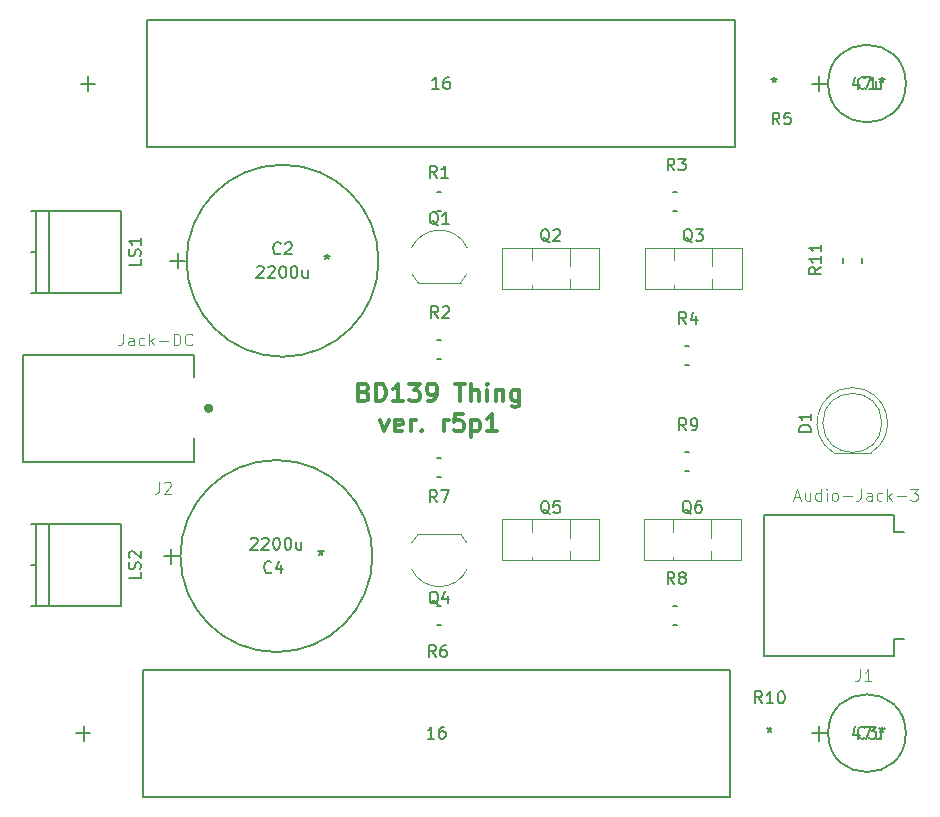
<source format=gto>
G04 #@! TF.FileFunction,Legend,Top*
%FSLAX46Y46*%
G04 Gerber Fmt 4.6, Leading zero omitted, Abs format (unit mm)*
G04 Created by KiCad (PCBNEW 4.0.7+dfsg1-1ubuntu2) date Thu Jul 25 19:08:58 2019*
%MOMM*%
%LPD*%
G01*
G04 APERTURE LIST*
%ADD10C,0.100000*%
%ADD11C,0.300000*%
%ADD12C,0.152400*%
%ADD13C,0.120000*%
%ADD14C,0.150000*%
%ADD15C,0.127000*%
%ADD16C,0.400000*%
%ADD17C,0.050000*%
G04 APERTURE END LIST*
D10*
D11*
X58678572Y-56117857D02*
X58892858Y-56189286D01*
X58964286Y-56260714D01*
X59035715Y-56403571D01*
X59035715Y-56617857D01*
X58964286Y-56760714D01*
X58892858Y-56832143D01*
X58750000Y-56903571D01*
X58178572Y-56903571D01*
X58178572Y-55403571D01*
X58678572Y-55403571D01*
X58821429Y-55475000D01*
X58892858Y-55546429D01*
X58964286Y-55689286D01*
X58964286Y-55832143D01*
X58892858Y-55975000D01*
X58821429Y-56046429D01*
X58678572Y-56117857D01*
X58178572Y-56117857D01*
X59678572Y-56903571D02*
X59678572Y-55403571D01*
X60035715Y-55403571D01*
X60250000Y-55475000D01*
X60392858Y-55617857D01*
X60464286Y-55760714D01*
X60535715Y-56046429D01*
X60535715Y-56260714D01*
X60464286Y-56546429D01*
X60392858Y-56689286D01*
X60250000Y-56832143D01*
X60035715Y-56903571D01*
X59678572Y-56903571D01*
X61964286Y-56903571D02*
X61107143Y-56903571D01*
X61535715Y-56903571D02*
X61535715Y-55403571D01*
X61392858Y-55617857D01*
X61250000Y-55760714D01*
X61107143Y-55832143D01*
X62464286Y-55403571D02*
X63392857Y-55403571D01*
X62892857Y-55975000D01*
X63107143Y-55975000D01*
X63250000Y-56046429D01*
X63321429Y-56117857D01*
X63392857Y-56260714D01*
X63392857Y-56617857D01*
X63321429Y-56760714D01*
X63250000Y-56832143D01*
X63107143Y-56903571D01*
X62678571Y-56903571D01*
X62535714Y-56832143D01*
X62464286Y-56760714D01*
X64107142Y-56903571D02*
X64392857Y-56903571D01*
X64535714Y-56832143D01*
X64607142Y-56760714D01*
X64750000Y-56546429D01*
X64821428Y-56260714D01*
X64821428Y-55689286D01*
X64750000Y-55546429D01*
X64678571Y-55475000D01*
X64535714Y-55403571D01*
X64250000Y-55403571D01*
X64107142Y-55475000D01*
X64035714Y-55546429D01*
X63964285Y-55689286D01*
X63964285Y-56046429D01*
X64035714Y-56189286D01*
X64107142Y-56260714D01*
X64250000Y-56332143D01*
X64535714Y-56332143D01*
X64678571Y-56260714D01*
X64750000Y-56189286D01*
X64821428Y-56046429D01*
X66392856Y-55403571D02*
X67249999Y-55403571D01*
X66821428Y-56903571D02*
X66821428Y-55403571D01*
X67749999Y-56903571D02*
X67749999Y-55403571D01*
X68392856Y-56903571D02*
X68392856Y-56117857D01*
X68321427Y-55975000D01*
X68178570Y-55903571D01*
X67964285Y-55903571D01*
X67821427Y-55975000D01*
X67749999Y-56046429D01*
X69107142Y-56903571D02*
X69107142Y-55903571D01*
X69107142Y-55403571D02*
X69035713Y-55475000D01*
X69107142Y-55546429D01*
X69178570Y-55475000D01*
X69107142Y-55403571D01*
X69107142Y-55546429D01*
X69821428Y-55903571D02*
X69821428Y-56903571D01*
X69821428Y-56046429D02*
X69892856Y-55975000D01*
X70035714Y-55903571D01*
X70249999Y-55903571D01*
X70392856Y-55975000D01*
X70464285Y-56117857D01*
X70464285Y-56903571D01*
X71821428Y-55903571D02*
X71821428Y-57117857D01*
X71749999Y-57260714D01*
X71678571Y-57332143D01*
X71535714Y-57403571D01*
X71321428Y-57403571D01*
X71178571Y-57332143D01*
X71821428Y-56832143D02*
X71678571Y-56903571D01*
X71392857Y-56903571D01*
X71249999Y-56832143D01*
X71178571Y-56760714D01*
X71107142Y-56617857D01*
X71107142Y-56189286D01*
X71178571Y-56046429D01*
X71249999Y-55975000D01*
X71392857Y-55903571D01*
X71678571Y-55903571D01*
X71821428Y-55975000D01*
X60035716Y-58453571D02*
X60392859Y-59453571D01*
X60750001Y-58453571D01*
X61892858Y-59382143D02*
X61750001Y-59453571D01*
X61464287Y-59453571D01*
X61321430Y-59382143D01*
X61250001Y-59239286D01*
X61250001Y-58667857D01*
X61321430Y-58525000D01*
X61464287Y-58453571D01*
X61750001Y-58453571D01*
X61892858Y-58525000D01*
X61964287Y-58667857D01*
X61964287Y-58810714D01*
X61250001Y-58953571D01*
X62607144Y-59453571D02*
X62607144Y-58453571D01*
X62607144Y-58739286D02*
X62678572Y-58596429D01*
X62750001Y-58525000D01*
X62892858Y-58453571D01*
X63035715Y-58453571D01*
X63535715Y-59310714D02*
X63607143Y-59382143D01*
X63535715Y-59453571D01*
X63464286Y-59382143D01*
X63535715Y-59310714D01*
X63535715Y-59453571D01*
X65392858Y-59453571D02*
X65392858Y-58453571D01*
X65392858Y-58739286D02*
X65464286Y-58596429D01*
X65535715Y-58525000D01*
X65678572Y-58453571D01*
X65821429Y-58453571D01*
X67035715Y-57953571D02*
X66321429Y-57953571D01*
X66250000Y-58667857D01*
X66321429Y-58596429D01*
X66464286Y-58525000D01*
X66821429Y-58525000D01*
X66964286Y-58596429D01*
X67035715Y-58667857D01*
X67107143Y-58810714D01*
X67107143Y-59167857D01*
X67035715Y-59310714D01*
X66964286Y-59382143D01*
X66821429Y-59453571D01*
X66464286Y-59453571D01*
X66321429Y-59382143D01*
X66250000Y-59310714D01*
X67750000Y-58453571D02*
X67750000Y-59953571D01*
X67750000Y-58525000D02*
X67892857Y-58453571D01*
X68178571Y-58453571D01*
X68321428Y-58525000D01*
X68392857Y-58596429D01*
X68464286Y-58739286D01*
X68464286Y-59167857D01*
X68392857Y-59310714D01*
X68321428Y-59382143D01*
X68178571Y-59453571D01*
X67892857Y-59453571D01*
X67750000Y-59382143D01*
X69892857Y-59453571D02*
X69035714Y-59453571D01*
X69464286Y-59453571D02*
X69464286Y-57953571D01*
X69321429Y-58167857D01*
X69178571Y-58310714D01*
X69035714Y-58382143D01*
D12*
X34275200Y-85000000D02*
X35466460Y-85000000D01*
X34910200Y-84365000D02*
X34910200Y-85635000D01*
X39926700Y-90372100D02*
X89685300Y-90372100D01*
X89685300Y-90372100D02*
X89685300Y-79627900D01*
X89685300Y-79627900D02*
X39926700Y-79627900D01*
X39926700Y-79627900D02*
X39926700Y-90372100D01*
X42234200Y-45000000D02*
X43504200Y-45000000D01*
X42869200Y-44365000D02*
X42869200Y-45635000D01*
X59887200Y-45000000D02*
G75*
G03X59887200Y-45000000I-8128000J0D01*
G01*
X96556400Y-85000000D02*
X97826400Y-85000000D01*
X97191400Y-84365000D02*
X97191400Y-85635000D01*
X104532000Y-85000000D02*
G75*
G03X104532000Y-85000000I-3289300J0D01*
G01*
X41715800Y-70000000D02*
X42985800Y-70000000D01*
X42350800Y-69365000D02*
X42350800Y-70635000D01*
X59368800Y-70000000D02*
G75*
G03X59368800Y-70000000I-8128000J0D01*
G01*
X96556400Y-30000000D02*
X97826400Y-30000000D01*
X97191400Y-29365000D02*
X97191400Y-30635000D01*
X104532000Y-30000000D02*
G75*
G03X104532000Y-30000000I-3289300J0D01*
G01*
X34663200Y-30000000D02*
X35854460Y-30000000D01*
X35298200Y-29365000D02*
X35298200Y-30635000D01*
X40314700Y-35372100D02*
X90073300Y-35372100D01*
X90073300Y-35372100D02*
X90073300Y-24627900D01*
X90073300Y-24627900D02*
X40314700Y-24627900D01*
X40314700Y-24627900D02*
X40314700Y-35372100D01*
D13*
X66840000Y-68150000D02*
X63240000Y-68150000D01*
X67364184Y-68877205D02*
G75*
G03X66840000Y-68150000I-2324184J-1122795D01*
G01*
X67396400Y-71098807D02*
G75*
G02X65040000Y-72600000I-2356400J1098807D01*
G01*
X62683600Y-71098807D02*
G75*
G03X65040000Y-72600000I2356400J1098807D01*
G01*
X62715816Y-68877205D02*
G75*
G02X63240000Y-68150000I2324184J-1122795D01*
G01*
X63240000Y-46850000D02*
X66840000Y-46850000D01*
X62715816Y-46122795D02*
G75*
G03X63240000Y-46850000I2324184J1122795D01*
G01*
X62683600Y-43901193D02*
G75*
G02X65040000Y-42400000I2356400J-1098807D01*
G01*
X67396400Y-43901193D02*
G75*
G03X65040000Y-42400000I-2356400J-1098807D01*
G01*
X67364184Y-46122795D02*
G75*
G02X66840000Y-46850000I-2324184J1122795D01*
G01*
X70340000Y-66880000D02*
X78580000Y-66880000D01*
X70340000Y-70370000D02*
X78580000Y-70370000D01*
X70340000Y-66880000D02*
X70340000Y-70370000D01*
X78580000Y-66880000D02*
X78580000Y-70370000D01*
X72860000Y-66880000D02*
X72860000Y-67950000D01*
X72860000Y-70050000D02*
X72860000Y-70370000D01*
X76061000Y-66880000D02*
X76061000Y-68460000D01*
X76061000Y-69540000D02*
X76061000Y-70370000D01*
X70340000Y-43880000D02*
X78580000Y-43880000D01*
X70340000Y-47370000D02*
X78580000Y-47370000D01*
X70340000Y-43880000D02*
X70340000Y-47370000D01*
X78580000Y-43880000D02*
X78580000Y-47370000D01*
X72860000Y-43880000D02*
X72860000Y-44950000D01*
X72860000Y-47050000D02*
X72860000Y-47370000D01*
X76061000Y-43880000D02*
X76061000Y-45460000D01*
X76061000Y-46540000D02*
X76061000Y-47370000D01*
X82420000Y-43880000D02*
X90660000Y-43880000D01*
X82420000Y-47370000D02*
X90660000Y-47370000D01*
X82420000Y-43880000D02*
X82420000Y-47370000D01*
X90660000Y-43880000D02*
X90660000Y-47370000D01*
X84940000Y-43880000D02*
X84940000Y-44950000D01*
X84940000Y-47050000D02*
X84940000Y-47370000D01*
X88141000Y-43880000D02*
X88141000Y-45460000D01*
X88141000Y-46540000D02*
X88141000Y-47370000D01*
X82340000Y-66880000D02*
X90580000Y-66880000D01*
X82340000Y-70370000D02*
X90580000Y-70370000D01*
X82340000Y-66880000D02*
X82340000Y-70370000D01*
X90580000Y-66880000D02*
X90580000Y-70370000D01*
X84860000Y-66880000D02*
X84860000Y-67950000D01*
X84860000Y-70050000D02*
X84860000Y-70370000D01*
X88061000Y-66880000D02*
X88061000Y-68460000D01*
X88061000Y-69540000D02*
X88061000Y-70370000D01*
D14*
X30900000Y-70750000D02*
X30500000Y-70750000D01*
X32000000Y-67250000D02*
X32000000Y-74250000D01*
X30900000Y-67250000D02*
X30900000Y-74250000D01*
X38100000Y-67250000D02*
X30500000Y-67250000D01*
X30500000Y-74250000D02*
X38100000Y-74250000D01*
X38100000Y-74250000D02*
X38100000Y-67250000D01*
X30900000Y-44250000D02*
X30500000Y-44250000D01*
X32000000Y-40750000D02*
X32000000Y-47750000D01*
X30900000Y-40750000D02*
X30900000Y-47750000D01*
X38100000Y-40750000D02*
X30500000Y-40750000D01*
X30500000Y-47750000D02*
X38100000Y-47750000D01*
X38100000Y-47750000D02*
X38100000Y-40750000D01*
D15*
X29800000Y-62000000D02*
X29800000Y-53000000D01*
X29800000Y-53000000D02*
X44300000Y-53000000D01*
X44300000Y-53000000D02*
X44300000Y-54850000D01*
X44300000Y-62000000D02*
X29800000Y-62000000D01*
X44300000Y-60050000D02*
X44300000Y-62000000D01*
D16*
X45700000Y-57500000D02*
G75*
G03X45700000Y-57500000I-200000J0D01*
G01*
D15*
X92500000Y-78500000D02*
X92500000Y-66500000D01*
X92500000Y-66500000D02*
X103500000Y-66500000D01*
X92500000Y-78500000D02*
X103500000Y-78500000D01*
X103500000Y-78500000D02*
X103500000Y-77000000D01*
X103500000Y-77000000D02*
X104400000Y-77000000D01*
X103500000Y-68000000D02*
X103500000Y-66500000D01*
X104400000Y-68000000D02*
X103500000Y-68000000D01*
D13*
X100000462Y-55740000D02*
G75*
G03X98455170Y-61290000I-462J-2990000D01*
G01*
X99999538Y-55740000D02*
G75*
G02X101544830Y-61290000I462J-2990000D01*
G01*
X102500000Y-58730000D02*
G75*
G03X102500000Y-58730000I-2500000J0D01*
G01*
X98455000Y-61290000D02*
X101545000Y-61290000D01*
D14*
X64998740Y-39199900D02*
X64798080Y-39199900D01*
X64998740Y-39199900D02*
X65199400Y-39199900D01*
X65097800Y-40800100D02*
X65199400Y-40800100D01*
X65199400Y-40800100D02*
X64798080Y-40800100D01*
X64998740Y-53300100D02*
X65199400Y-53300100D01*
X64998740Y-53300100D02*
X64798080Y-53300100D01*
X64899680Y-51699900D02*
X64798080Y-51699900D01*
X64798080Y-51699900D02*
X65199400Y-51699900D01*
X84998740Y-40800100D02*
X85199400Y-40800100D01*
X84998740Y-40800100D02*
X84798080Y-40800100D01*
X84899680Y-39199900D02*
X84798080Y-39199900D01*
X84798080Y-39199900D02*
X85199400Y-39199900D01*
X85998740Y-53800100D02*
X86199400Y-53800100D01*
X85998740Y-53800100D02*
X85798080Y-53800100D01*
X85899680Y-52199900D02*
X85798080Y-52199900D01*
X85798080Y-52199900D02*
X86199400Y-52199900D01*
X65001260Y-74199900D02*
X64800600Y-74199900D01*
X65001260Y-74199900D02*
X65201920Y-74199900D01*
X65100320Y-75800100D02*
X65201920Y-75800100D01*
X65201920Y-75800100D02*
X64800600Y-75800100D01*
X64998740Y-63300100D02*
X65199400Y-63300100D01*
X64998740Y-63300100D02*
X64798080Y-63300100D01*
X64899680Y-61699900D02*
X64798080Y-61699900D01*
X64798080Y-61699900D02*
X65199400Y-61699900D01*
X84998740Y-75800100D02*
X85199400Y-75800100D01*
X84998740Y-75800100D02*
X84798080Y-75800100D01*
X84899680Y-74199900D02*
X84798080Y-74199900D01*
X84798080Y-74199900D02*
X85199400Y-74199900D01*
X85998740Y-62800100D02*
X86199400Y-62800100D01*
X85998740Y-62800100D02*
X85798080Y-62800100D01*
X85899680Y-61199900D02*
X85798080Y-61199900D01*
X85798080Y-61199900D02*
X86199400Y-61199900D01*
X100800100Y-44998740D02*
X100800100Y-44798080D01*
X100800100Y-44998740D02*
X100800100Y-45199400D01*
X99199900Y-45097800D02*
X99199900Y-45199400D01*
X99199900Y-45199400D02*
X99199900Y-44798080D01*
X92357143Y-82452381D02*
X92023809Y-81976190D01*
X91785714Y-82452381D02*
X91785714Y-81452381D01*
X92166667Y-81452381D01*
X92261905Y-81500000D01*
X92309524Y-81547619D01*
X92357143Y-81642857D01*
X92357143Y-81785714D01*
X92309524Y-81880952D01*
X92261905Y-81928571D01*
X92166667Y-81976190D01*
X91785714Y-81976190D01*
X93309524Y-82452381D02*
X92738095Y-82452381D01*
X93023809Y-82452381D02*
X93023809Y-81452381D01*
X92928571Y-81595238D01*
X92833333Y-81690476D01*
X92738095Y-81738095D01*
X93928571Y-81452381D02*
X94023810Y-81452381D01*
X94119048Y-81500000D01*
X94166667Y-81547619D01*
X94214286Y-81642857D01*
X94261905Y-81833333D01*
X94261905Y-82071429D01*
X94214286Y-82261905D01*
X94166667Y-82357143D01*
X94119048Y-82404762D01*
X94023810Y-82452381D01*
X93928571Y-82452381D01*
X93833333Y-82404762D01*
X93785714Y-82357143D01*
X93738095Y-82261905D01*
X93690476Y-82071429D01*
X93690476Y-81833333D01*
X93738095Y-81642857D01*
X93785714Y-81547619D01*
X93833333Y-81500000D01*
X93928571Y-81452381D01*
X64615524Y-85452381D02*
X64044095Y-85452381D01*
X64329809Y-85452381D02*
X64329809Y-84452381D01*
X64234571Y-84595238D01*
X64139333Y-84690476D01*
X64044095Y-84738095D01*
X65472667Y-84452381D02*
X65282190Y-84452381D01*
X65186952Y-84500000D01*
X65139333Y-84547619D01*
X65044095Y-84690476D01*
X64996476Y-84880952D01*
X64996476Y-85261905D01*
X65044095Y-85357143D01*
X65091714Y-85404762D01*
X65186952Y-85452381D01*
X65377429Y-85452381D01*
X65472667Y-85404762D01*
X65520286Y-85357143D01*
X65567905Y-85261905D01*
X65567905Y-85023810D01*
X65520286Y-84928571D01*
X65472667Y-84880952D01*
X65377429Y-84833333D01*
X65186952Y-84833333D01*
X65091714Y-84880952D01*
X65044095Y-84928571D01*
X64996476Y-85023810D01*
X93000000Y-84452381D02*
X93000000Y-84690476D01*
X92761905Y-84595238D02*
X93000000Y-84690476D01*
X93238096Y-84595238D01*
X92857143Y-84880952D02*
X93000000Y-84690476D01*
X93142858Y-84880952D01*
X51592534Y-44357143D02*
X51544915Y-44404762D01*
X51402058Y-44452381D01*
X51306820Y-44452381D01*
X51163962Y-44404762D01*
X51068724Y-44309524D01*
X51021105Y-44214286D01*
X50973486Y-44023810D01*
X50973486Y-43880952D01*
X51021105Y-43690476D01*
X51068724Y-43595238D01*
X51163962Y-43500000D01*
X51306820Y-43452381D01*
X51402058Y-43452381D01*
X51544915Y-43500000D01*
X51592534Y-43547619D01*
X51973486Y-43547619D02*
X52021105Y-43500000D01*
X52116343Y-43452381D01*
X52354439Y-43452381D01*
X52449677Y-43500000D01*
X52497296Y-43547619D01*
X52544915Y-43642857D01*
X52544915Y-43738095D01*
X52497296Y-43880952D01*
X51925867Y-44452381D01*
X52544915Y-44452381D01*
X49592533Y-45547619D02*
X49640152Y-45500000D01*
X49735390Y-45452381D01*
X49973486Y-45452381D01*
X50068724Y-45500000D01*
X50116343Y-45547619D01*
X50163962Y-45642857D01*
X50163962Y-45738095D01*
X50116343Y-45880952D01*
X49544914Y-46452381D01*
X50163962Y-46452381D01*
X50544914Y-45547619D02*
X50592533Y-45500000D01*
X50687771Y-45452381D01*
X50925867Y-45452381D01*
X51021105Y-45500000D01*
X51068724Y-45547619D01*
X51116343Y-45642857D01*
X51116343Y-45738095D01*
X51068724Y-45880952D01*
X50497295Y-46452381D01*
X51116343Y-46452381D01*
X51735390Y-45452381D02*
X51830629Y-45452381D01*
X51925867Y-45500000D01*
X51973486Y-45547619D01*
X52021105Y-45642857D01*
X52068724Y-45833333D01*
X52068724Y-46071429D01*
X52021105Y-46261905D01*
X51973486Y-46357143D01*
X51925867Y-46404762D01*
X51830629Y-46452381D01*
X51735390Y-46452381D01*
X51640152Y-46404762D01*
X51592533Y-46357143D01*
X51544914Y-46261905D01*
X51497295Y-46071429D01*
X51497295Y-45833333D01*
X51544914Y-45642857D01*
X51592533Y-45547619D01*
X51640152Y-45500000D01*
X51735390Y-45452381D01*
X52687771Y-45452381D02*
X52783010Y-45452381D01*
X52878248Y-45500000D01*
X52925867Y-45547619D01*
X52973486Y-45642857D01*
X53021105Y-45833333D01*
X53021105Y-46071429D01*
X52973486Y-46261905D01*
X52925867Y-46357143D01*
X52878248Y-46404762D01*
X52783010Y-46452381D01*
X52687771Y-46452381D01*
X52592533Y-46404762D01*
X52544914Y-46357143D01*
X52497295Y-46261905D01*
X52449676Y-46071429D01*
X52449676Y-45833333D01*
X52497295Y-45642857D01*
X52544914Y-45547619D01*
X52592533Y-45500000D01*
X52687771Y-45452381D01*
X53878248Y-45785714D02*
X53878248Y-46452381D01*
X53449676Y-45785714D02*
X53449676Y-46309524D01*
X53497295Y-46404762D01*
X53592533Y-46452381D01*
X53735391Y-46452381D01*
X53830629Y-46404762D01*
X53878248Y-46357143D01*
X55518400Y-44452381D02*
X55518400Y-44690476D01*
X55280305Y-44595238D02*
X55518400Y-44690476D01*
X55756496Y-44595238D01*
X55375543Y-44880952D02*
X55518400Y-44690476D01*
X55661258Y-44880952D01*
X101076034Y-85357143D02*
X101028415Y-85404762D01*
X100885558Y-85452381D01*
X100790320Y-85452381D01*
X100647462Y-85404762D01*
X100552224Y-85309524D01*
X100504605Y-85214286D01*
X100456986Y-85023810D01*
X100456986Y-84880952D01*
X100504605Y-84690476D01*
X100552224Y-84595238D01*
X100647462Y-84500000D01*
X100790320Y-84452381D01*
X100885558Y-84452381D01*
X101028415Y-84500000D01*
X101076034Y-84547619D01*
X101409367Y-84452381D02*
X102028415Y-84452381D01*
X101695081Y-84833333D01*
X101837939Y-84833333D01*
X101933177Y-84880952D01*
X101980796Y-84928571D01*
X102028415Y-85023810D01*
X102028415Y-85261905D01*
X101980796Y-85357143D01*
X101933177Y-85404762D01*
X101837939Y-85452381D01*
X101552224Y-85452381D01*
X101456986Y-85404762D01*
X101409367Y-85357143D01*
X100504605Y-84785714D02*
X100504605Y-85452381D01*
X100266509Y-84404762D02*
X100028414Y-85119048D01*
X100647462Y-85119048D01*
X100933176Y-84452381D02*
X101599843Y-84452381D01*
X101171271Y-85452381D01*
X102409367Y-84785714D02*
X102409367Y-85452381D01*
X101980795Y-84785714D02*
X101980795Y-85309524D01*
X102028414Y-85404762D01*
X102123652Y-85452381D01*
X102266510Y-85452381D01*
X102361748Y-85404762D01*
X102409367Y-85357143D01*
X102500000Y-84452381D02*
X102500000Y-84690476D01*
X102261905Y-84595238D02*
X102500000Y-84690476D01*
X102738096Y-84595238D01*
X102357143Y-84880952D02*
X102500000Y-84690476D01*
X102642858Y-84880952D01*
X50814934Y-71357143D02*
X50767315Y-71404762D01*
X50624458Y-71452381D01*
X50529220Y-71452381D01*
X50386362Y-71404762D01*
X50291124Y-71309524D01*
X50243505Y-71214286D01*
X50195886Y-71023810D01*
X50195886Y-70880952D01*
X50243505Y-70690476D01*
X50291124Y-70595238D01*
X50386362Y-70500000D01*
X50529220Y-70452381D01*
X50624458Y-70452381D01*
X50767315Y-70500000D01*
X50814934Y-70547619D01*
X51672077Y-70785714D02*
X51672077Y-71452381D01*
X51433981Y-70404762D02*
X51195886Y-71119048D01*
X51814934Y-71119048D01*
X49074133Y-68547619D02*
X49121752Y-68500000D01*
X49216990Y-68452381D01*
X49455086Y-68452381D01*
X49550324Y-68500000D01*
X49597943Y-68547619D01*
X49645562Y-68642857D01*
X49645562Y-68738095D01*
X49597943Y-68880952D01*
X49026514Y-69452381D01*
X49645562Y-69452381D01*
X50026514Y-68547619D02*
X50074133Y-68500000D01*
X50169371Y-68452381D01*
X50407467Y-68452381D01*
X50502705Y-68500000D01*
X50550324Y-68547619D01*
X50597943Y-68642857D01*
X50597943Y-68738095D01*
X50550324Y-68880952D01*
X49978895Y-69452381D01*
X50597943Y-69452381D01*
X51216990Y-68452381D02*
X51312229Y-68452381D01*
X51407467Y-68500000D01*
X51455086Y-68547619D01*
X51502705Y-68642857D01*
X51550324Y-68833333D01*
X51550324Y-69071429D01*
X51502705Y-69261905D01*
X51455086Y-69357143D01*
X51407467Y-69404762D01*
X51312229Y-69452381D01*
X51216990Y-69452381D01*
X51121752Y-69404762D01*
X51074133Y-69357143D01*
X51026514Y-69261905D01*
X50978895Y-69071429D01*
X50978895Y-68833333D01*
X51026514Y-68642857D01*
X51074133Y-68547619D01*
X51121752Y-68500000D01*
X51216990Y-68452381D01*
X52169371Y-68452381D02*
X52264610Y-68452381D01*
X52359848Y-68500000D01*
X52407467Y-68547619D01*
X52455086Y-68642857D01*
X52502705Y-68833333D01*
X52502705Y-69071429D01*
X52455086Y-69261905D01*
X52407467Y-69357143D01*
X52359848Y-69404762D01*
X52264610Y-69452381D01*
X52169371Y-69452381D01*
X52074133Y-69404762D01*
X52026514Y-69357143D01*
X51978895Y-69261905D01*
X51931276Y-69071429D01*
X51931276Y-68833333D01*
X51978895Y-68642857D01*
X52026514Y-68547619D01*
X52074133Y-68500000D01*
X52169371Y-68452381D01*
X53359848Y-68785714D02*
X53359848Y-69452381D01*
X52931276Y-68785714D02*
X52931276Y-69309524D01*
X52978895Y-69404762D01*
X53074133Y-69452381D01*
X53216991Y-69452381D01*
X53312229Y-69404762D01*
X53359848Y-69357143D01*
X55000000Y-69452381D02*
X55000000Y-69690476D01*
X54761905Y-69595238D02*
X55000000Y-69690476D01*
X55238096Y-69595238D01*
X54857143Y-69880952D02*
X55000000Y-69690476D01*
X55142858Y-69880952D01*
X101076034Y-30357143D02*
X101028415Y-30404762D01*
X100885558Y-30452381D01*
X100790320Y-30452381D01*
X100647462Y-30404762D01*
X100552224Y-30309524D01*
X100504605Y-30214286D01*
X100456986Y-30023810D01*
X100456986Y-29880952D01*
X100504605Y-29690476D01*
X100552224Y-29595238D01*
X100647462Y-29500000D01*
X100790320Y-29452381D01*
X100885558Y-29452381D01*
X101028415Y-29500000D01*
X101076034Y-29547619D01*
X102028415Y-30452381D02*
X101456986Y-30452381D01*
X101742700Y-30452381D02*
X101742700Y-29452381D01*
X101647462Y-29595238D01*
X101552224Y-29690476D01*
X101456986Y-29738095D01*
X100504605Y-29785714D02*
X100504605Y-30452381D01*
X100266509Y-29404762D02*
X100028414Y-30119048D01*
X100647462Y-30119048D01*
X100933176Y-29452381D02*
X101599843Y-29452381D01*
X101171271Y-30452381D01*
X102409367Y-29785714D02*
X102409367Y-30452381D01*
X101980795Y-29785714D02*
X101980795Y-30309524D01*
X102028414Y-30404762D01*
X102123652Y-30452381D01*
X102266510Y-30452381D01*
X102361748Y-30404762D01*
X102409367Y-30357143D01*
X102500000Y-29452381D02*
X102500000Y-29690476D01*
X102261905Y-29595238D02*
X102500000Y-29690476D01*
X102738096Y-29595238D01*
X102357143Y-29880952D02*
X102500000Y-29690476D01*
X102642858Y-29880952D01*
X93833334Y-33452381D02*
X93500000Y-32976190D01*
X93261905Y-33452381D02*
X93261905Y-32452381D01*
X93642858Y-32452381D01*
X93738096Y-32500000D01*
X93785715Y-32547619D01*
X93833334Y-32642857D01*
X93833334Y-32785714D01*
X93785715Y-32880952D01*
X93738096Y-32928571D01*
X93642858Y-32976190D01*
X93261905Y-32976190D01*
X94738096Y-32452381D02*
X94261905Y-32452381D01*
X94214286Y-32928571D01*
X94261905Y-32880952D01*
X94357143Y-32833333D01*
X94595239Y-32833333D01*
X94690477Y-32880952D01*
X94738096Y-32928571D01*
X94785715Y-33023810D01*
X94785715Y-33261905D01*
X94738096Y-33357143D01*
X94690477Y-33404762D01*
X94595239Y-33452381D01*
X94357143Y-33452381D01*
X94261905Y-33404762D01*
X94214286Y-33357143D01*
X65003524Y-30452381D02*
X64432095Y-30452381D01*
X64717809Y-30452381D02*
X64717809Y-29452381D01*
X64622571Y-29595238D01*
X64527333Y-29690476D01*
X64432095Y-29738095D01*
X65860667Y-29452381D02*
X65670190Y-29452381D01*
X65574952Y-29500000D01*
X65527333Y-29547619D01*
X65432095Y-29690476D01*
X65384476Y-29880952D01*
X65384476Y-30261905D01*
X65432095Y-30357143D01*
X65479714Y-30404762D01*
X65574952Y-30452381D01*
X65765429Y-30452381D01*
X65860667Y-30404762D01*
X65908286Y-30357143D01*
X65955905Y-30261905D01*
X65955905Y-30023810D01*
X65908286Y-29928571D01*
X65860667Y-29880952D01*
X65765429Y-29833333D01*
X65574952Y-29833333D01*
X65479714Y-29880952D01*
X65432095Y-29928571D01*
X65384476Y-30023810D01*
X93388000Y-29452381D02*
X93388000Y-29690476D01*
X93149905Y-29595238D02*
X93388000Y-29690476D01*
X93626096Y-29595238D01*
X93245143Y-29880952D02*
X93388000Y-29690476D01*
X93530858Y-29880952D01*
X64944762Y-74107619D02*
X64849524Y-74060000D01*
X64754286Y-73964762D01*
X64611429Y-73821905D01*
X64516190Y-73774286D01*
X64420952Y-73774286D01*
X64468571Y-74012381D02*
X64373333Y-73964762D01*
X64278095Y-73869524D01*
X64230476Y-73679048D01*
X64230476Y-73345714D01*
X64278095Y-73155238D01*
X64373333Y-73060000D01*
X64468571Y-73012381D01*
X64659048Y-73012381D01*
X64754286Y-73060000D01*
X64849524Y-73155238D01*
X64897143Y-73345714D01*
X64897143Y-73679048D01*
X64849524Y-73869524D01*
X64754286Y-73964762D01*
X64659048Y-74012381D01*
X64468571Y-74012381D01*
X65754286Y-73345714D02*
X65754286Y-74012381D01*
X65516190Y-72964762D02*
X65278095Y-73679048D01*
X65897143Y-73679048D01*
X64944762Y-41987619D02*
X64849524Y-41940000D01*
X64754286Y-41844762D01*
X64611429Y-41701905D01*
X64516190Y-41654286D01*
X64420952Y-41654286D01*
X64468571Y-41892381D02*
X64373333Y-41844762D01*
X64278095Y-41749524D01*
X64230476Y-41559048D01*
X64230476Y-41225714D01*
X64278095Y-41035238D01*
X64373333Y-40940000D01*
X64468571Y-40892381D01*
X64659048Y-40892381D01*
X64754286Y-40940000D01*
X64849524Y-41035238D01*
X64897143Y-41225714D01*
X64897143Y-41559048D01*
X64849524Y-41749524D01*
X64754286Y-41844762D01*
X64659048Y-41892381D01*
X64468571Y-41892381D01*
X65849524Y-41892381D02*
X65278095Y-41892381D01*
X65563809Y-41892381D02*
X65563809Y-40892381D01*
X65468571Y-41035238D01*
X65373333Y-41130476D01*
X65278095Y-41178095D01*
X74364762Y-66427619D02*
X74269524Y-66380000D01*
X74174286Y-66284762D01*
X74031429Y-66141905D01*
X73936190Y-66094286D01*
X73840952Y-66094286D01*
X73888571Y-66332381D02*
X73793333Y-66284762D01*
X73698095Y-66189524D01*
X73650476Y-65999048D01*
X73650476Y-65665714D01*
X73698095Y-65475238D01*
X73793333Y-65380000D01*
X73888571Y-65332381D01*
X74079048Y-65332381D01*
X74174286Y-65380000D01*
X74269524Y-65475238D01*
X74317143Y-65665714D01*
X74317143Y-65999048D01*
X74269524Y-66189524D01*
X74174286Y-66284762D01*
X74079048Y-66332381D01*
X73888571Y-66332381D01*
X75221905Y-65332381D02*
X74745714Y-65332381D01*
X74698095Y-65808571D01*
X74745714Y-65760952D01*
X74840952Y-65713333D01*
X75079048Y-65713333D01*
X75174286Y-65760952D01*
X75221905Y-65808571D01*
X75269524Y-65903810D01*
X75269524Y-66141905D01*
X75221905Y-66237143D01*
X75174286Y-66284762D01*
X75079048Y-66332381D01*
X74840952Y-66332381D01*
X74745714Y-66284762D01*
X74698095Y-66237143D01*
X74364762Y-43427619D02*
X74269524Y-43380000D01*
X74174286Y-43284762D01*
X74031429Y-43141905D01*
X73936190Y-43094286D01*
X73840952Y-43094286D01*
X73888571Y-43332381D02*
X73793333Y-43284762D01*
X73698095Y-43189524D01*
X73650476Y-42999048D01*
X73650476Y-42665714D01*
X73698095Y-42475238D01*
X73793333Y-42380000D01*
X73888571Y-42332381D01*
X74079048Y-42332381D01*
X74174286Y-42380000D01*
X74269524Y-42475238D01*
X74317143Y-42665714D01*
X74317143Y-42999048D01*
X74269524Y-43189524D01*
X74174286Y-43284762D01*
X74079048Y-43332381D01*
X73888571Y-43332381D01*
X74698095Y-42427619D02*
X74745714Y-42380000D01*
X74840952Y-42332381D01*
X75079048Y-42332381D01*
X75174286Y-42380000D01*
X75221905Y-42427619D01*
X75269524Y-42522857D01*
X75269524Y-42618095D01*
X75221905Y-42760952D01*
X74650476Y-43332381D01*
X75269524Y-43332381D01*
X86444762Y-43427619D02*
X86349524Y-43380000D01*
X86254286Y-43284762D01*
X86111429Y-43141905D01*
X86016190Y-43094286D01*
X85920952Y-43094286D01*
X85968571Y-43332381D02*
X85873333Y-43284762D01*
X85778095Y-43189524D01*
X85730476Y-42999048D01*
X85730476Y-42665714D01*
X85778095Y-42475238D01*
X85873333Y-42380000D01*
X85968571Y-42332381D01*
X86159048Y-42332381D01*
X86254286Y-42380000D01*
X86349524Y-42475238D01*
X86397143Y-42665714D01*
X86397143Y-42999048D01*
X86349524Y-43189524D01*
X86254286Y-43284762D01*
X86159048Y-43332381D01*
X85968571Y-43332381D01*
X86730476Y-42332381D02*
X87349524Y-42332381D01*
X87016190Y-42713333D01*
X87159048Y-42713333D01*
X87254286Y-42760952D01*
X87301905Y-42808571D01*
X87349524Y-42903810D01*
X87349524Y-43141905D01*
X87301905Y-43237143D01*
X87254286Y-43284762D01*
X87159048Y-43332381D01*
X86873333Y-43332381D01*
X86778095Y-43284762D01*
X86730476Y-43237143D01*
X86364762Y-66427619D02*
X86269524Y-66380000D01*
X86174286Y-66284762D01*
X86031429Y-66141905D01*
X85936190Y-66094286D01*
X85840952Y-66094286D01*
X85888571Y-66332381D02*
X85793333Y-66284762D01*
X85698095Y-66189524D01*
X85650476Y-65999048D01*
X85650476Y-65665714D01*
X85698095Y-65475238D01*
X85793333Y-65380000D01*
X85888571Y-65332381D01*
X86079048Y-65332381D01*
X86174286Y-65380000D01*
X86269524Y-65475238D01*
X86317143Y-65665714D01*
X86317143Y-65999048D01*
X86269524Y-66189524D01*
X86174286Y-66284762D01*
X86079048Y-66332381D01*
X85888571Y-66332381D01*
X87174286Y-65332381D02*
X86983809Y-65332381D01*
X86888571Y-65380000D01*
X86840952Y-65427619D01*
X86745714Y-65570476D01*
X86698095Y-65760952D01*
X86698095Y-66141905D01*
X86745714Y-66237143D01*
X86793333Y-66284762D01*
X86888571Y-66332381D01*
X87079048Y-66332381D01*
X87174286Y-66284762D01*
X87221905Y-66237143D01*
X87269524Y-66141905D01*
X87269524Y-65903810D01*
X87221905Y-65808571D01*
X87174286Y-65760952D01*
X87079048Y-65713333D01*
X86888571Y-65713333D01*
X86793333Y-65760952D01*
X86745714Y-65808571D01*
X86698095Y-65903810D01*
X39752381Y-71392857D02*
X39752381Y-71869048D01*
X38752381Y-71869048D01*
X39704762Y-71107143D02*
X39752381Y-70964286D01*
X39752381Y-70726190D01*
X39704762Y-70630952D01*
X39657143Y-70583333D01*
X39561905Y-70535714D01*
X39466667Y-70535714D01*
X39371429Y-70583333D01*
X39323810Y-70630952D01*
X39276190Y-70726190D01*
X39228571Y-70916667D01*
X39180952Y-71011905D01*
X39133333Y-71059524D01*
X39038095Y-71107143D01*
X38942857Y-71107143D01*
X38847619Y-71059524D01*
X38800000Y-71011905D01*
X38752381Y-70916667D01*
X38752381Y-70678571D01*
X38800000Y-70535714D01*
X38847619Y-70154762D02*
X38800000Y-70107143D01*
X38752381Y-70011905D01*
X38752381Y-69773809D01*
X38800000Y-69678571D01*
X38847619Y-69630952D01*
X38942857Y-69583333D01*
X39038095Y-69583333D01*
X39180952Y-69630952D01*
X39752381Y-70202381D01*
X39752381Y-69583333D01*
X39752381Y-44892857D02*
X39752381Y-45369048D01*
X38752381Y-45369048D01*
X39704762Y-44607143D02*
X39752381Y-44464286D01*
X39752381Y-44226190D01*
X39704762Y-44130952D01*
X39657143Y-44083333D01*
X39561905Y-44035714D01*
X39466667Y-44035714D01*
X39371429Y-44083333D01*
X39323810Y-44130952D01*
X39276190Y-44226190D01*
X39228571Y-44416667D01*
X39180952Y-44511905D01*
X39133333Y-44559524D01*
X39038095Y-44607143D01*
X38942857Y-44607143D01*
X38847619Y-44559524D01*
X38800000Y-44511905D01*
X38752381Y-44416667D01*
X38752381Y-44178571D01*
X38800000Y-44035714D01*
X39752381Y-43083333D02*
X39752381Y-43654762D01*
X39752381Y-43369048D02*
X38752381Y-43369048D01*
X38895238Y-43464286D01*
X38990476Y-43559524D01*
X39038095Y-43654762D01*
D17*
X41314673Y-63723083D02*
X41314673Y-64438018D01*
X41267011Y-64581005D01*
X41171686Y-64676330D01*
X41028699Y-64723993D01*
X40933374Y-64723993D01*
X41743635Y-63818407D02*
X41791297Y-63770745D01*
X41886622Y-63723083D01*
X42124934Y-63723083D01*
X42220258Y-63770745D01*
X42267921Y-63818407D01*
X42315583Y-63913732D01*
X42315583Y-64009057D01*
X42267921Y-64152044D01*
X41695972Y-64723993D01*
X42315583Y-64723993D01*
X38246781Y-51169794D02*
X38246781Y-51884937D01*
X38199105Y-52027965D01*
X38103753Y-52123318D01*
X37960724Y-52170994D01*
X37865372Y-52170994D01*
X39152629Y-52170994D02*
X39152629Y-51646556D01*
X39104952Y-51551203D01*
X39009600Y-51503527D01*
X38818895Y-51503527D01*
X38723543Y-51551203D01*
X39152629Y-52123318D02*
X39057276Y-52170994D01*
X38818895Y-52170994D01*
X38723543Y-52123318D01*
X38675867Y-52027965D01*
X38675867Y-51932613D01*
X38723543Y-51837260D01*
X38818895Y-51789584D01*
X39057276Y-51789584D01*
X39152629Y-51741908D01*
X40058477Y-52123318D02*
X39963124Y-52170994D01*
X39772420Y-52170994D01*
X39677067Y-52123318D01*
X39629391Y-52075641D01*
X39581715Y-51980289D01*
X39581715Y-51694232D01*
X39629391Y-51598880D01*
X39677067Y-51551203D01*
X39772420Y-51503527D01*
X39963124Y-51503527D01*
X40058477Y-51551203D01*
X40487562Y-52170994D02*
X40487562Y-51169794D01*
X40582914Y-51789584D02*
X40868971Y-52170994D01*
X40868971Y-51503527D02*
X40487562Y-51884937D01*
X41298057Y-51789584D02*
X42060876Y-51789584D01*
X42537638Y-52170994D02*
X42537638Y-51169794D01*
X42776019Y-51169794D01*
X42919047Y-51217470D01*
X43014400Y-51312822D01*
X43062076Y-51408175D01*
X43109752Y-51598880D01*
X43109752Y-51741908D01*
X43062076Y-51932613D01*
X43014400Y-52027965D01*
X42919047Y-52123318D01*
X42776019Y-52170994D01*
X42537638Y-52170994D01*
X44110952Y-52075641D02*
X44063276Y-52123318D01*
X43920247Y-52170994D01*
X43824895Y-52170994D01*
X43681867Y-52123318D01*
X43586514Y-52027965D01*
X43538838Y-51932613D01*
X43491162Y-51741908D01*
X43491162Y-51598880D01*
X43538838Y-51408175D01*
X43586514Y-51312822D01*
X43681867Y-51217470D01*
X43824895Y-51169794D01*
X43920247Y-51169794D01*
X44063276Y-51217470D01*
X44110952Y-51265146D01*
X100626717Y-79587848D02*
X100626717Y-80302177D01*
X100579095Y-80445042D01*
X100483851Y-80540286D01*
X100340986Y-80587908D01*
X100245742Y-80587908D01*
X101626776Y-80587908D02*
X101055314Y-80587908D01*
X101341045Y-80587908D02*
X101341045Y-79587848D01*
X101245801Y-79730714D01*
X101150557Y-79825958D01*
X101055314Y-79873580D01*
X95108947Y-65028987D02*
X95585309Y-65028987D01*
X95013674Y-65314804D02*
X95347128Y-64314444D01*
X95680581Y-65314804D01*
X96442760Y-64647897D02*
X96442760Y-65314804D01*
X96014034Y-64647897D02*
X96014034Y-65171895D01*
X96061670Y-65267168D01*
X96156943Y-65314804D01*
X96299851Y-65314804D01*
X96395123Y-65267168D01*
X96442760Y-65219531D01*
X97347848Y-65314804D02*
X97347848Y-64314444D01*
X97347848Y-65267168D02*
X97252575Y-65314804D01*
X97062031Y-65314804D01*
X96966758Y-65267168D01*
X96919122Y-65219531D01*
X96871486Y-65124259D01*
X96871486Y-64838442D01*
X96919122Y-64743170D01*
X96966758Y-64695533D01*
X97062031Y-64647897D01*
X97252575Y-64647897D01*
X97347848Y-64695533D01*
X97824210Y-65314804D02*
X97824210Y-64647897D01*
X97824210Y-64314444D02*
X97776574Y-64362080D01*
X97824210Y-64409716D01*
X97871846Y-64362080D01*
X97824210Y-64314444D01*
X97824210Y-64409716D01*
X98443481Y-65314804D02*
X98348208Y-65267168D01*
X98300572Y-65219531D01*
X98252936Y-65124259D01*
X98252936Y-64838442D01*
X98300572Y-64743170D01*
X98348208Y-64695533D01*
X98443481Y-64647897D01*
X98586389Y-64647897D01*
X98681661Y-64695533D01*
X98729298Y-64743170D01*
X98776934Y-64838442D01*
X98776934Y-65124259D01*
X98729298Y-65219531D01*
X98681661Y-65267168D01*
X98586389Y-65314804D01*
X98443481Y-65314804D01*
X99205660Y-64933714D02*
X99967839Y-64933714D01*
X100730018Y-64314444D02*
X100730018Y-65028987D01*
X100682382Y-65171895D01*
X100587110Y-65267168D01*
X100444201Y-65314804D01*
X100348929Y-65314804D01*
X101635106Y-65314804D02*
X101635106Y-64790806D01*
X101587469Y-64695533D01*
X101492197Y-64647897D01*
X101301652Y-64647897D01*
X101206380Y-64695533D01*
X101635106Y-65267168D02*
X101539833Y-65314804D01*
X101301652Y-65314804D01*
X101206380Y-65267168D01*
X101158744Y-65171895D01*
X101158744Y-65076623D01*
X101206380Y-64981350D01*
X101301652Y-64933714D01*
X101539833Y-64933714D01*
X101635106Y-64886078D01*
X102540194Y-65267168D02*
X102444921Y-65314804D01*
X102254377Y-65314804D01*
X102159104Y-65267168D01*
X102111468Y-65219531D01*
X102063832Y-65124259D01*
X102063832Y-64838442D01*
X102111468Y-64743170D01*
X102159104Y-64695533D01*
X102254377Y-64647897D01*
X102444921Y-64647897D01*
X102540194Y-64695533D01*
X102968919Y-65314804D02*
X102968919Y-64314444D01*
X103064191Y-64933714D02*
X103350008Y-65314804D01*
X103350008Y-64647897D02*
X102968919Y-65028987D01*
X103778734Y-64933714D02*
X104540913Y-64933714D01*
X104922003Y-64314444D02*
X105541273Y-64314444D01*
X105207820Y-64695533D01*
X105350728Y-64695533D01*
X105446001Y-64743170D01*
X105493637Y-64790806D01*
X105541273Y-64886078D01*
X105541273Y-65124259D01*
X105493637Y-65219531D01*
X105446001Y-65267168D01*
X105350728Y-65314804D01*
X105064911Y-65314804D01*
X104969639Y-65267168D01*
X104922003Y-65219531D01*
D14*
X96492381Y-59468095D02*
X95492381Y-59468095D01*
X95492381Y-59230000D01*
X95540000Y-59087142D01*
X95635238Y-58991904D01*
X95730476Y-58944285D01*
X95920952Y-58896666D01*
X96063810Y-58896666D01*
X96254286Y-58944285D01*
X96349524Y-58991904D01*
X96444762Y-59087142D01*
X96492381Y-59230000D01*
X96492381Y-59468095D01*
X96492381Y-57944285D02*
X96492381Y-58515714D01*
X96492381Y-58230000D02*
X95492381Y-58230000D01*
X95635238Y-58325238D01*
X95730476Y-58420476D01*
X95778095Y-58515714D01*
X64833334Y-37952381D02*
X64500000Y-37476190D01*
X64261905Y-37952381D02*
X64261905Y-36952381D01*
X64642858Y-36952381D01*
X64738096Y-37000000D01*
X64785715Y-37047619D01*
X64833334Y-37142857D01*
X64833334Y-37285714D01*
X64785715Y-37380952D01*
X64738096Y-37428571D01*
X64642858Y-37476190D01*
X64261905Y-37476190D01*
X65785715Y-37952381D02*
X65214286Y-37952381D01*
X65500000Y-37952381D02*
X65500000Y-36952381D01*
X65404762Y-37095238D01*
X65309524Y-37190476D01*
X65214286Y-37238095D01*
X64931134Y-49853581D02*
X64597800Y-49377390D01*
X64359705Y-49853581D02*
X64359705Y-48853581D01*
X64740658Y-48853581D01*
X64835896Y-48901200D01*
X64883515Y-48948819D01*
X64931134Y-49044057D01*
X64931134Y-49186914D01*
X64883515Y-49282152D01*
X64835896Y-49329771D01*
X64740658Y-49377390D01*
X64359705Y-49377390D01*
X65312086Y-48948819D02*
X65359705Y-48901200D01*
X65454943Y-48853581D01*
X65693039Y-48853581D01*
X65788277Y-48901200D01*
X65835896Y-48948819D01*
X65883515Y-49044057D01*
X65883515Y-49139295D01*
X65835896Y-49282152D01*
X65264467Y-49853581D01*
X65883515Y-49853581D01*
X84931134Y-37353581D02*
X84597800Y-36877390D01*
X84359705Y-37353581D02*
X84359705Y-36353581D01*
X84740658Y-36353581D01*
X84835896Y-36401200D01*
X84883515Y-36448819D01*
X84931134Y-36544057D01*
X84931134Y-36686914D01*
X84883515Y-36782152D01*
X84835896Y-36829771D01*
X84740658Y-36877390D01*
X84359705Y-36877390D01*
X85264467Y-36353581D02*
X85883515Y-36353581D01*
X85550181Y-36734533D01*
X85693039Y-36734533D01*
X85788277Y-36782152D01*
X85835896Y-36829771D01*
X85883515Y-36925010D01*
X85883515Y-37163105D01*
X85835896Y-37258343D01*
X85788277Y-37305962D01*
X85693039Y-37353581D01*
X85407324Y-37353581D01*
X85312086Y-37305962D01*
X85264467Y-37258343D01*
X85931134Y-50353581D02*
X85597800Y-49877390D01*
X85359705Y-50353581D02*
X85359705Y-49353581D01*
X85740658Y-49353581D01*
X85835896Y-49401200D01*
X85883515Y-49448819D01*
X85931134Y-49544057D01*
X85931134Y-49686914D01*
X85883515Y-49782152D01*
X85835896Y-49829771D01*
X85740658Y-49877390D01*
X85359705Y-49877390D01*
X86788277Y-49686914D02*
X86788277Y-50353581D01*
X86550181Y-49305962D02*
X86312086Y-50020248D01*
X86931134Y-50020248D01*
X64735534Y-78551181D02*
X64402200Y-78074990D01*
X64164105Y-78551181D02*
X64164105Y-77551181D01*
X64545058Y-77551181D01*
X64640296Y-77598800D01*
X64687915Y-77646419D01*
X64735534Y-77741657D01*
X64735534Y-77884514D01*
X64687915Y-77979752D01*
X64640296Y-78027371D01*
X64545058Y-78074990D01*
X64164105Y-78074990D01*
X65592677Y-77551181D02*
X65402200Y-77551181D01*
X65306962Y-77598800D01*
X65259343Y-77646419D01*
X65164105Y-77789276D01*
X65116486Y-77979752D01*
X65116486Y-78360705D01*
X65164105Y-78455943D01*
X65211724Y-78503562D01*
X65306962Y-78551181D01*
X65497439Y-78551181D01*
X65592677Y-78503562D01*
X65640296Y-78455943D01*
X65687915Y-78360705D01*
X65687915Y-78122610D01*
X65640296Y-78027371D01*
X65592677Y-77979752D01*
X65497439Y-77932133D01*
X65306962Y-77932133D01*
X65211724Y-77979752D01*
X65164105Y-78027371D01*
X65116486Y-78122610D01*
X64833334Y-65452381D02*
X64500000Y-64976190D01*
X64261905Y-65452381D02*
X64261905Y-64452381D01*
X64642858Y-64452381D01*
X64738096Y-64500000D01*
X64785715Y-64547619D01*
X64833334Y-64642857D01*
X64833334Y-64785714D01*
X64785715Y-64880952D01*
X64738096Y-64928571D01*
X64642858Y-64976190D01*
X64261905Y-64976190D01*
X65166667Y-64452381D02*
X65833334Y-64452381D01*
X65404762Y-65452381D01*
X84931134Y-72353581D02*
X84597800Y-71877390D01*
X84359705Y-72353581D02*
X84359705Y-71353581D01*
X84740658Y-71353581D01*
X84835896Y-71401200D01*
X84883515Y-71448819D01*
X84931134Y-71544057D01*
X84931134Y-71686914D01*
X84883515Y-71782152D01*
X84835896Y-71829771D01*
X84740658Y-71877390D01*
X84359705Y-71877390D01*
X85502562Y-71782152D02*
X85407324Y-71734533D01*
X85359705Y-71686914D01*
X85312086Y-71591676D01*
X85312086Y-71544057D01*
X85359705Y-71448819D01*
X85407324Y-71401200D01*
X85502562Y-71353581D01*
X85693039Y-71353581D01*
X85788277Y-71401200D01*
X85835896Y-71448819D01*
X85883515Y-71544057D01*
X85883515Y-71591676D01*
X85835896Y-71686914D01*
X85788277Y-71734533D01*
X85693039Y-71782152D01*
X85502562Y-71782152D01*
X85407324Y-71829771D01*
X85359705Y-71877390D01*
X85312086Y-71972629D01*
X85312086Y-72163105D01*
X85359705Y-72258343D01*
X85407324Y-72305962D01*
X85502562Y-72353581D01*
X85693039Y-72353581D01*
X85788277Y-72305962D01*
X85835896Y-72258343D01*
X85883515Y-72163105D01*
X85883515Y-71972629D01*
X85835896Y-71877390D01*
X85788277Y-71829771D01*
X85693039Y-71782152D01*
X85931134Y-59353581D02*
X85597800Y-58877390D01*
X85359705Y-59353581D02*
X85359705Y-58353581D01*
X85740658Y-58353581D01*
X85835896Y-58401200D01*
X85883515Y-58448819D01*
X85931134Y-58544057D01*
X85931134Y-58686914D01*
X85883515Y-58782152D01*
X85835896Y-58829771D01*
X85740658Y-58877390D01*
X85359705Y-58877390D01*
X86407324Y-59353581D02*
X86597800Y-59353581D01*
X86693039Y-59305962D01*
X86740658Y-59258343D01*
X86835896Y-59115486D01*
X86883515Y-58925010D01*
X86883515Y-58544057D01*
X86835896Y-58448819D01*
X86788277Y-58401200D01*
X86693039Y-58353581D01*
X86502562Y-58353581D01*
X86407324Y-58401200D01*
X86359705Y-58448819D01*
X86312086Y-58544057D01*
X86312086Y-58782152D01*
X86359705Y-58877390D01*
X86407324Y-58925010D01*
X86502562Y-58972629D01*
X86693039Y-58972629D01*
X86788277Y-58925010D01*
X86835896Y-58877390D01*
X86883515Y-58782152D01*
X97353581Y-45542537D02*
X96877390Y-45875871D01*
X97353581Y-46113966D02*
X96353581Y-46113966D01*
X96353581Y-45733013D01*
X96401200Y-45637775D01*
X96448819Y-45590156D01*
X96544057Y-45542537D01*
X96686914Y-45542537D01*
X96782152Y-45590156D01*
X96829771Y-45637775D01*
X96877390Y-45733013D01*
X96877390Y-46113966D01*
X97353581Y-44590156D02*
X97353581Y-45161585D01*
X97353581Y-44875871D02*
X96353581Y-44875871D01*
X96496438Y-44971109D01*
X96591676Y-45066347D01*
X96639295Y-45161585D01*
X97353581Y-43637775D02*
X97353581Y-44209204D01*
X97353581Y-43923490D02*
X96353581Y-43923490D01*
X96496438Y-44018728D01*
X96591676Y-44113966D01*
X96639295Y-44209204D01*
M02*

</source>
